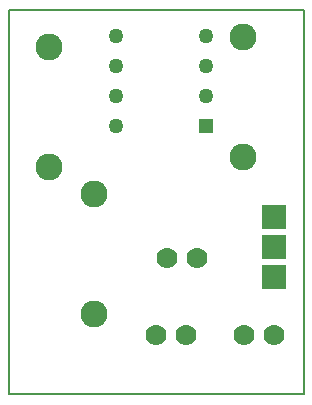
<source format=gbr>
G04 PROTEUS GERBER X2 FILE*
%TF.GenerationSoftware,Labcenter,Proteus,8.10-SP3-Build29560*%
%TF.CreationDate,2021-11-08T14:01:37+00:00*%
%TF.FileFunction,Copper,L2,Bot*%
%TF.FilePolarity,Positive*%
%TF.Part,Single*%
%TF.SameCoordinates,{7c1fb083-864a-452a-ad60-76d9de97a9ee}*%
%FSLAX45Y45*%
%MOMM*%
G01*
%TA.AperFunction,ComponentPad*%
%ADD10R,1.270000X1.270000*%
%ADD11C,1.270000*%
%TA.AperFunction,ComponentPad*%
%ADD12C,1.778000*%
%ADD13C,2.286000*%
%TA.AperFunction,ComponentPad*%
%ADD14R,2.032000X2.032000*%
%TA.AperFunction,Profile*%
%ADD15C,0.203200*%
%TD.AperFunction*%
D10*
X-1579000Y+4020000D03*
D11*
X-1579000Y+4274000D03*
X-1579000Y+4528000D03*
X-1579000Y+4782000D03*
X-2341000Y+4782000D03*
X-2341000Y+4528000D03*
X-2341000Y+4274000D03*
X-2341000Y+4020000D03*
D12*
X-1750000Y+2250000D03*
X-2004000Y+2250000D03*
X-1655000Y+2905000D03*
X-1909000Y+2905000D03*
D13*
X-2524000Y+3441000D03*
X-2524000Y+2425000D03*
X-2909000Y+3675000D03*
X-2909000Y+4691000D03*
X-1262000Y+3754000D03*
X-1262000Y+4770000D03*
D14*
X-1000000Y+2742000D03*
X-1000000Y+2996000D03*
X-1000000Y+3250000D03*
D12*
X-1000000Y+2250000D03*
X-1254000Y+2250000D03*
D15*
X-3250000Y+1750000D02*
X-750000Y+1750000D01*
X-750000Y+5000000D01*
X-3250000Y+5000000D01*
X-3250000Y+1750000D01*
M02*

</source>
